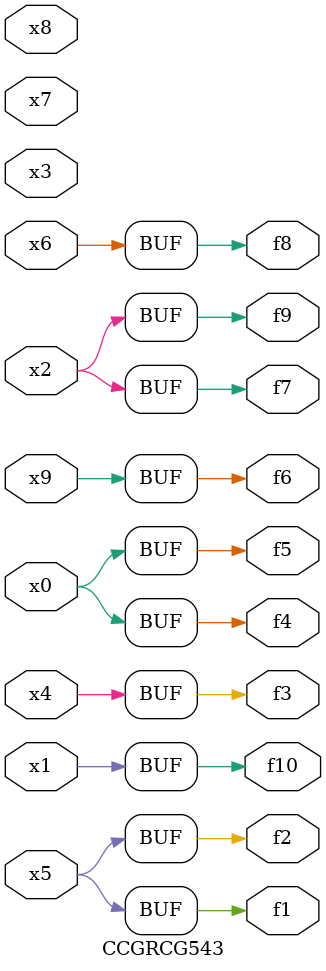
<source format=v>
module CCGRCG543(
	input x0, x1, x2, x3, x4, x5, x6, x7, x8, x9,
	output f1, f2, f3, f4, f5, f6, f7, f8, f9, f10
);
	assign f1 = x5;
	assign f2 = x5;
	assign f3 = x4;
	assign f4 = x0;
	assign f5 = x0;
	assign f6 = x9;
	assign f7 = x2;
	assign f8 = x6;
	assign f9 = x2;
	assign f10 = x1;
endmodule

</source>
